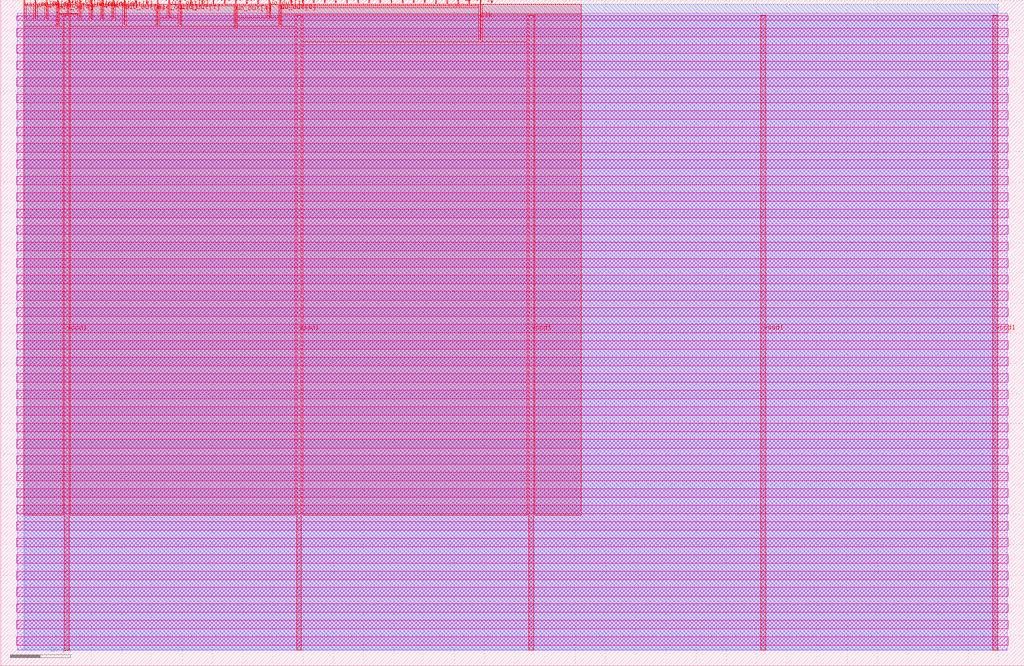
<source format=lef>
VERSION 5.7 ;
  NOWIREEXTENSIONATPIN ON ;
  DIVIDERCHAR "/" ;
  BUSBITCHARS "[]" ;
MACRO tt_um_Reloj_top
  CLASS BLOCK ;
  FOREIGN tt_um_Reloj_top ;
  ORIGIN 0.000 0.000 ;
  SIZE 338.560 BY 220.320 ;
  PIN clk
    DIRECTION INPUT ;
    USE SIGNAL ;
    PORT
      LAYER met4 ;
        RECT 158.550 206.850 158.850 220.320 ;
    END
  END clk
  PIN ena
    DIRECTION INPUT ;
    USE SIGNAL ;
    PORT
      LAYER met4 ;
        RECT 162.230 219.320 162.530 220.320 ;
    END
  END ena
  PIN rst_n
    DIRECTION INPUT ;
    USE SIGNAL ;
    PORT
      LAYER met4 ;
        RECT 154.870 218.780 155.170 220.320 ;
    END
  END rst_n
  PIN ui_in[0]
    DIRECTION INPUT ;
    USE SIGNAL ;
    PORT
      LAYER met4 ;
        RECT 151.190 218.100 151.490 220.320 ;
    END
  END ui_in[0]
  PIN ui_in[1]
    DIRECTION INPUT ;
    USE SIGNAL ;
    PORT
      LAYER met4 ;
        RECT 147.510 218.780 147.810 220.320 ;
    END
  END ui_in[1]
  PIN ui_in[2]
    DIRECTION INPUT ;
    USE SIGNAL ;
    PORT
      LAYER met4 ;
        RECT 143.830 218.780 144.130 220.320 ;
    END
  END ui_in[2]
  PIN ui_in[3]
    DIRECTION INPUT ;
    USE SIGNAL ;
    PORT
      LAYER met4 ;
        RECT 140.150 219.320 140.450 220.320 ;
    END
  END ui_in[3]
  PIN ui_in[4]
    DIRECTION INPUT ;
    USE SIGNAL ;
    PORT
      LAYER met4 ;
        RECT 136.470 219.320 136.770 220.320 ;
    END
  END ui_in[4]
  PIN ui_in[5]
    DIRECTION INPUT ;
    USE SIGNAL ;
    PORT
      LAYER met4 ;
        RECT 132.790 219.320 133.090 220.320 ;
    END
  END ui_in[5]
  PIN ui_in[6]
    DIRECTION INPUT ;
    USE SIGNAL ;
    PORT
      LAYER met4 ;
        RECT 129.110 219.320 129.410 220.320 ;
    END
  END ui_in[6]
  PIN ui_in[7]
    DIRECTION INPUT ;
    USE SIGNAL ;
    PORT
      LAYER met4 ;
        RECT 125.430 219.320 125.730 220.320 ;
    END
  END ui_in[7]
  PIN uio_in[0]
    DIRECTION INPUT ;
    USE SIGNAL ;
    PORT
      LAYER met4 ;
        RECT 121.750 219.320 122.050 220.320 ;
    END
  END uio_in[0]
  PIN uio_in[1]
    DIRECTION INPUT ;
    USE SIGNAL ;
    PORT
      LAYER met4 ;
        RECT 118.070 219.320 118.370 220.320 ;
    END
  END uio_in[1]
  PIN uio_in[2]
    DIRECTION INPUT ;
    USE SIGNAL ;
    PORT
      LAYER met4 ;
        RECT 114.390 219.320 114.690 220.320 ;
    END
  END uio_in[2]
  PIN uio_in[3]
    DIRECTION INPUT ;
    USE SIGNAL ;
    PORT
      LAYER met4 ;
        RECT 110.710 219.320 111.010 220.320 ;
    END
  END uio_in[3]
  PIN uio_in[4]
    DIRECTION INPUT ;
    USE SIGNAL ;
    PORT
      LAYER met4 ;
        RECT 107.030 219.320 107.330 220.320 ;
    END
  END uio_in[4]
  PIN uio_in[5]
    DIRECTION INPUT ;
    USE SIGNAL ;
    PORT
      LAYER met4 ;
        RECT 103.350 219.320 103.650 220.320 ;
    END
  END uio_in[5]
  PIN uio_in[6]
    DIRECTION INPUT ;
    USE SIGNAL ;
    PORT
      LAYER met4 ;
        RECT 99.670 219.320 99.970 220.320 ;
    END
  END uio_in[6]
  PIN uio_in[7]
    DIRECTION INPUT ;
    USE SIGNAL ;
    PORT
      LAYER met4 ;
        RECT 95.990 219.320 96.290 220.320 ;
    END
  END uio_in[7]
  PIN uio_oe[0]
    DIRECTION OUTPUT TRISTATE ;
    USE SIGNAL ;
    PORT
      LAYER met4 ;
        RECT 33.430 214.020 33.730 220.320 ;
    END
  END uio_oe[0]
  PIN uio_oe[1]
    DIRECTION OUTPUT TRISTATE ;
    USE SIGNAL ;
    PORT
      LAYER met4 ;
        RECT 29.750 214.020 30.050 220.320 ;
    END
  END uio_oe[1]
  PIN uio_oe[2]
    DIRECTION OUTPUT TRISTATE ;
    USE SIGNAL ;
    PORT
      LAYER met4 ;
        RECT 26.070 214.020 26.370 220.320 ;
    END
  END uio_oe[2]
  PIN uio_oe[3]
    DIRECTION OUTPUT TRISTATE ;
    USE SIGNAL ;
    PORT
      LAYER met4 ;
        RECT 22.390 216.060 22.690 220.320 ;
    END
  END uio_oe[3]
  PIN uio_oe[4]
    DIRECTION OUTPUT TRISTATE ;
    USE SIGNAL ;
    PORT
      LAYER met4 ;
        RECT 18.710 211.980 19.010 220.320 ;
    END
  END uio_oe[4]
  PIN uio_oe[5]
    DIRECTION OUTPUT TRISTATE ;
    USE SIGNAL ;
    PORT
      LAYER met4 ;
        RECT 15.030 214.020 15.330 220.320 ;
    END
  END uio_oe[5]
  PIN uio_oe[6]
    DIRECTION OUTPUT TRISTATE ;
    USE SIGNAL ;
    PORT
      LAYER met4 ;
        RECT 11.350 214.020 11.650 220.320 ;
    END
  END uio_oe[6]
  PIN uio_oe[7]
    DIRECTION OUTPUT TRISTATE ;
    USE SIGNAL ;
    PORT
      LAYER met4 ;
        RECT 7.670 214.020 7.970 220.320 ;
    END
  END uio_oe[7]
  PIN uio_out[0]
    DIRECTION OUTPUT TRISTATE ;
    USE SIGNAL ;
    PORT
      LAYER met4 ;
        RECT 62.870 218.780 63.170 220.320 ;
    END
  END uio_out[0]
  PIN uio_out[1]
    DIRECTION OUTPUT TRISTATE ;
    USE SIGNAL ;
    PORT
      LAYER met4 ;
        RECT 59.190 211.980 59.490 220.320 ;
    END
  END uio_out[1]
  PIN uio_out[2]
    DIRECTION OUTPUT TRISTATE ;
    USE SIGNAL ;
    PORT
      LAYER met4 ;
        RECT 55.510 214.700 55.810 220.320 ;
    END
  END uio_out[2]
  PIN uio_out[3]
    DIRECTION OUTPUT TRISTATE ;
    USE SIGNAL ;
    PORT
      LAYER met4 ;
        RECT 51.830 211.980 52.130 220.320 ;
    END
  END uio_out[3]
  PIN uio_out[4]
    DIRECTION OUTPUT TRISTATE ;
    USE SIGNAL ;
    PORT
      LAYER met4 ;
        RECT 48.150 218.780 48.450 220.320 ;
    END
  END uio_out[4]
  PIN uio_out[5]
    DIRECTION OUTPUT TRISTATE ;
    USE SIGNAL ;
    PORT
      LAYER met4 ;
        RECT 44.470 218.780 44.770 220.320 ;
    END
  END uio_out[5]
  PIN uio_out[6]
    DIRECTION OUTPUT TRISTATE ;
    USE SIGNAL ;
    PORT
      LAYER met4 ;
        RECT 40.790 211.980 41.090 220.320 ;
    END
  END uio_out[6]
  PIN uio_out[7]
    DIRECTION OUTPUT TRISTATE ;
    USE SIGNAL ;
    PORT
      LAYER met4 ;
        RECT 37.110 214.020 37.410 220.320 ;
    END
  END uio_out[7]
  PIN uo_out[0]
    DIRECTION OUTPUT TRISTATE ;
    USE SIGNAL ;
    PORT
      LAYER met4 ;
        RECT 92.310 211.980 92.610 220.320 ;
    END
  END uo_out[0]
  PIN uo_out[1]
    DIRECTION OUTPUT TRISTATE ;
    USE SIGNAL ;
    PORT
      LAYER met4 ;
        RECT 88.630 214.700 88.930 220.320 ;
    END
  END uo_out[1]
  PIN uo_out[2]
    DIRECTION OUTPUT TRISTATE ;
    USE SIGNAL ;
    PORT
      LAYER met4 ;
        RECT 84.950 218.780 85.250 220.320 ;
    END
  END uo_out[2]
  PIN uo_out[3]
    DIRECTION OUTPUT TRISTATE ;
    USE SIGNAL ;
    PORT
      LAYER met4 ;
        RECT 81.270 218.780 81.570 220.320 ;
    END
  END uo_out[3]
  PIN uo_out[4]
    DIRECTION OUTPUT TRISTATE ;
    USE SIGNAL ;
    PORT
      LAYER met4 ;
        RECT 77.590 211.300 77.890 220.320 ;
    END
  END uo_out[4]
  PIN uo_out[5]
    DIRECTION OUTPUT TRISTATE ;
    USE SIGNAL ;
    PORT
      LAYER met4 ;
        RECT 73.910 218.780 74.210 220.320 ;
    END
  END uo_out[5]
  PIN uo_out[6]
    DIRECTION OUTPUT TRISTATE ;
    USE SIGNAL ;
    PORT
      LAYER met4 ;
        RECT 70.230 218.780 70.530 220.320 ;
    END
  END uo_out[6]
  PIN uo_out[7]
    DIRECTION OUTPUT TRISTATE ;
    USE SIGNAL ;
    PORT
      LAYER met4 ;
        RECT 66.550 218.780 66.850 220.320 ;
    END
  END uo_out[7]
  PIN vccd1
    DIRECTION INOUT ;
    USE POWER ;
    PORT
      LAYER met4 ;
        RECT 21.040 5.200 22.640 215.120 ;
    END
    PORT
      LAYER met4 ;
        RECT 174.640 5.200 176.240 215.120 ;
    END
    PORT
      LAYER met4 ;
        RECT 328.240 5.200 329.840 215.120 ;
    END
  END vccd1
  PIN vssd1
    DIRECTION INOUT ;
    USE GROUND ;
    PORT
      LAYER met4 ;
        RECT 97.840 5.200 99.440 215.120 ;
    END
    PORT
      LAYER met4 ;
        RECT 251.440 5.200 253.040 215.120 ;
    END
  END vssd1
  OBS
      LAYER nwell ;
        RECT 5.330 213.465 333.230 215.070 ;
        RECT 5.330 208.025 333.230 210.855 ;
        RECT 5.330 202.585 333.230 205.415 ;
        RECT 5.330 197.145 333.230 199.975 ;
        RECT 5.330 191.705 333.230 194.535 ;
        RECT 5.330 186.265 333.230 189.095 ;
        RECT 5.330 180.825 333.230 183.655 ;
        RECT 5.330 175.385 333.230 178.215 ;
        RECT 5.330 169.945 333.230 172.775 ;
        RECT 5.330 164.505 333.230 167.335 ;
        RECT 5.330 159.065 333.230 161.895 ;
        RECT 5.330 153.625 333.230 156.455 ;
        RECT 5.330 148.185 333.230 151.015 ;
        RECT 5.330 142.745 333.230 145.575 ;
        RECT 5.330 137.305 333.230 140.135 ;
        RECT 5.330 131.865 333.230 134.695 ;
        RECT 5.330 126.425 333.230 129.255 ;
        RECT 5.330 120.985 333.230 123.815 ;
        RECT 5.330 115.545 333.230 118.375 ;
        RECT 5.330 110.105 333.230 112.935 ;
        RECT 5.330 104.665 333.230 107.495 ;
        RECT 5.330 99.225 333.230 102.055 ;
        RECT 5.330 93.785 333.230 96.615 ;
        RECT 5.330 88.345 333.230 91.175 ;
        RECT 5.330 82.905 333.230 85.735 ;
        RECT 5.330 77.465 333.230 80.295 ;
        RECT 5.330 72.025 333.230 74.855 ;
        RECT 5.330 66.585 333.230 69.415 ;
        RECT 5.330 61.145 333.230 63.975 ;
        RECT 5.330 55.705 333.230 58.535 ;
        RECT 5.330 50.265 333.230 53.095 ;
        RECT 5.330 44.825 333.230 47.655 ;
        RECT 5.330 39.385 333.230 42.215 ;
        RECT 5.330 33.945 333.230 36.775 ;
        RECT 5.330 28.505 333.230 31.335 ;
        RECT 5.330 23.065 333.230 25.895 ;
        RECT 5.330 17.625 333.230 20.455 ;
        RECT 5.330 12.185 333.230 15.015 ;
        RECT 5.330 6.745 333.230 9.575 ;
      LAYER li1 ;
        RECT 5.520 5.355 333.040 214.965 ;
      LAYER met1 ;
        RECT 5.520 5.200 333.040 215.860 ;
      LAYER met2 ;
        RECT 7.910 5.255 329.810 218.805 ;
      LAYER met3 ;
        RECT 7.630 5.275 329.830 218.785 ;
      LAYER met4 ;
        RECT 8.370 213.620 10.950 218.785 ;
        RECT 12.050 213.620 14.630 218.785 ;
        RECT 15.730 213.620 18.310 218.785 ;
        RECT 7.655 211.580 18.310 213.620 ;
        RECT 19.410 215.660 21.990 218.785 ;
        RECT 23.090 215.660 25.670 218.785 ;
        RECT 19.410 215.520 25.670 215.660 ;
        RECT 19.410 211.580 20.640 215.520 ;
        RECT 7.655 49.815 20.640 211.580 ;
        RECT 23.040 213.620 25.670 215.520 ;
        RECT 26.770 213.620 29.350 218.785 ;
        RECT 30.450 213.620 33.030 218.785 ;
        RECT 34.130 213.620 36.710 218.785 ;
        RECT 37.810 213.620 40.390 218.785 ;
        RECT 23.040 211.580 40.390 213.620 ;
        RECT 41.490 218.380 44.070 218.785 ;
        RECT 45.170 218.380 47.750 218.785 ;
        RECT 48.850 218.380 51.430 218.785 ;
        RECT 41.490 211.580 51.430 218.380 ;
        RECT 52.530 214.300 55.110 218.785 ;
        RECT 56.210 214.300 58.790 218.785 ;
        RECT 52.530 211.580 58.790 214.300 ;
        RECT 59.890 218.380 62.470 218.785 ;
        RECT 63.570 218.380 66.150 218.785 ;
        RECT 67.250 218.380 69.830 218.785 ;
        RECT 70.930 218.380 73.510 218.785 ;
        RECT 74.610 218.380 77.190 218.785 ;
        RECT 59.890 211.580 77.190 218.380 ;
        RECT 23.040 210.900 77.190 211.580 ;
        RECT 78.290 218.380 80.870 218.785 ;
        RECT 81.970 218.380 84.550 218.785 ;
        RECT 85.650 218.380 88.230 218.785 ;
        RECT 78.290 214.300 88.230 218.380 ;
        RECT 89.330 214.300 91.910 218.785 ;
        RECT 78.290 211.580 91.910 214.300 ;
        RECT 93.010 218.380 143.430 218.785 ;
        RECT 144.530 218.380 147.110 218.785 ;
        RECT 148.210 218.380 150.790 218.785 ;
        RECT 93.010 217.700 150.790 218.380 ;
        RECT 151.890 218.380 154.470 218.785 ;
        RECT 155.570 218.380 158.150 218.785 ;
        RECT 151.890 217.700 158.150 218.380 ;
        RECT 93.010 215.520 158.150 217.700 ;
        RECT 93.010 211.580 97.440 215.520 ;
        RECT 78.290 210.900 97.440 211.580 ;
        RECT 23.040 49.815 97.440 210.900 ;
        RECT 99.840 206.450 158.150 215.520 ;
        RECT 159.250 215.520 191.985 218.785 ;
        RECT 159.250 206.450 174.240 215.520 ;
        RECT 99.840 49.815 174.240 206.450 ;
        RECT 176.640 49.815 191.985 215.520 ;
  END
END tt_um_Reloj_top
END LIBRARY


</source>
